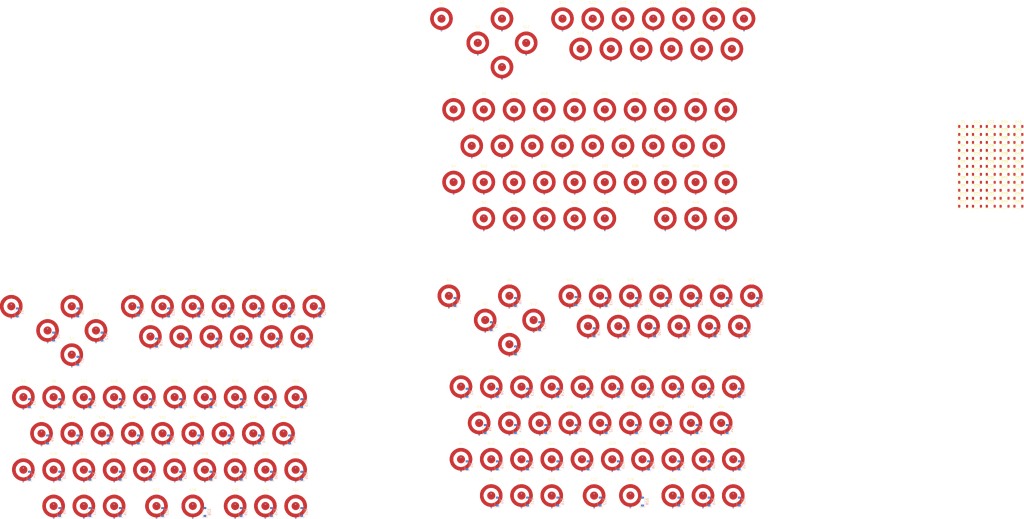
<source format=kicad_pcb>
(kicad_pcb (version 20241229) (generator "pcbnew") (generator_version "9.0")
  (layers (0 "F.Cu" signal) (2 "B.Cu" signal) (13 "F.Paste" user) (15 "B.Paste" user) (5 "F.SilkS" user "F.Silkscreen") (7 "B.SilkS" user "B.Silkscreen") (1 "F.Mask" user) (3 "B.Mask" user) (25 "Edge.Cuts" user))
  (net 0 "")
  (footprint "DomeSwitches:DomeSwitch_8mm_double_sided" (layer "F.Cu") (at 111.76 157.48)
    (property "Reference" "S30")
    (property "Value" "Keyswitch")
  )
  (footprint "DomeSwitches:DomeSwitch_8mm_double_sided" (layer "F.Cu") (at 131.51 112.26)
    (property "Reference" "S45")
    (property "Value" "Keyswitch")
  )
  (footprint "DomeSwitches:DomeSwitch_8mm_double_sided" (layer "F.Cu") (at 121.92 228.62)
    (property "Reference" "S39")
    (property "Value" "Keyswitch")
  )
  (footprint "DomeSwitches:DomeSwitch_8mm_double_sided" (layer "F.Cu") (at -97.36 161.86)
    (property "Reference" "S18")
    (property "Value" "Keyswitch")
  )
  (footprint "DomeSwitches:DomeSwitch_8mm_double_sided" (layer "F.Cu") (at 80.71 97.02)
    (property "Reference" "S27")
    (property "Value" "Keyswitch")
  )
  (footprint "DomeSwitches:DomeSwitch_8mm_double_sided" (layer "F.Cu") (at 104.14 198.16)
    (property "Reference" "S37")
    (property "Value" "Keyswitch")
  )
  (footprint "DomeSwitches:DomeSwitch_8mm_double_sided" (layer "F.Cu") (at -49.1 217.76)
    (property "Reference" "S50")
    (property "Value" "Keyswitch")
  )
  (footprint "Diode_SMD:D_SOD-123" (layer "F.Cu") (at 261.225 73.66)
    (property "Reference" "D34")
    (property "Value" "Diode")
  )
  (footprint "DomeSwitches:DomeSwitch_8mm_double_sided" (layer "F.Cu") (at -150.7 217.76)
    (property "Reference" "S4")
    (property "Value" "Keyswitch")
  )
  (footprint "DomeSwitches:DomeSwitch_8mm_double_sided" (layer "F.Cu") (at 45.72 228.62)
    (property "Reference" "S5")
    (property "Value" "Keyswitch")
  )
  (footprint "DomeSwitches:DomeSwitch_8mm_double_sided" (layer "F.Cu") (at 124.46 157.48)
    (property "Reference" "S35")
    (property "Value" "Keyswitch")
  )
  (footprint "DomeSwitches:DomeSwitch_8mm_double_sided" (layer "F.Cu") (at -130.38 202.54)
    (property "Reference" "S14")
    (property "Value" "Keyswitch")
  )
  (footprint "DomeSwitches:DomeSwitch_8mm_double_sided" (layer "F.Cu") (at 134.62 182.9)
    (property "Reference" "S48")
    (property "Value" "Keyswitch")
  )
  (footprint "DomeSwitches:DomeSwitch_8mm_double_sided" (layer "F.Cu") (at -54.18 149.16)
    (property "Reference" "S40")
    (property "Value" "Keyswitch")
  )
  (footprint "DomeSwitches:DomeSwitch_8mm_double_sided" (layer "F.Cu") (at -66.88 202.52)
    (property "Reference" "S43")
    (property "Value" "Keyswitch")
  )
  (footprint "Diode_SMD:D_SOD-123" (layer "F.Cu") (at 267.02 73.66)
    (property "Reference" "D45")
    (property "Value" "Diode")
  )
  (footprint "Diode_SMD:D_SOD-123" (layer "F.Cu") (at 267.02 100.46)
    (property "Reference" "D53")
    (property "Value" "Diode")
  )
  (footprint "DomeSwitches:DomeSwitch_8mm_double_sided" (layer "F.Cu") (at 75.63 28.42)
    (property "Reference" "S17")
    (property "Value" "Keyswitch")
  )
  (footprint "Diode_SMD:D_SOD-123" (layer "F.Cu") (at 267.02 103.81)
    (property "Reference" "D54")
    (property "Value" "Diode")
  )
  (footprint "DomeSwitches:DomeSwitch_8mm_double_sided" (layer "F.Cu") (at 80.71 112.28)
    (property "Reference" "S22")
    (property "Value" "Keyswitch")
  )
  (footprint "DomeSwitches:DomeSwitch_8mm_double_sided" (layer "F.Cu") (at 121.92 182.9)
    (property "Reference" "S42")
    (property "Value" "Keyswitch")
  )
  (footprint "Diode_SMD:D_SOD-123" (layer "F.Cu") (at 255.43 107.16)
    (property "Reference" "D33")
    (property "Value" "Diode")
  )
  (footprint "DomeSwitches:DomeSwitch_8mm_double_sided" (layer "F.Cu") (at 58.42 182.92)
    (property "Reference" "S13")
    (property "Value" "Keyswitch")
  )
  (footprint "DomeSwitches:DomeSwitch_8mm_double_sided" (layer "F.Cu") (at 149.86 157.48)
    (property "Reference" "S47")
    (property "Value" "Keyswitch")
  )
  (footprint "DomeSwitches:DomeSwitch_8mm_double_sided" (layer "F.Cu") (at -155.78 149.16)
    (property "Reference" "S1")
    (property "Value" "Keyswitch")
  )
  (footprint "Diode_SMD:D_SOD-123" (layer "F.Cu") (at 249.635 87.06)
    (property "Reference" "D16")
    (property "Value" "Diode")
  )
  (footprint "DomeSwitches:DomeSwitch_8mm_double_sided" (layer "F.Cu") (at 99.06 157.5)
    (property "Reference" "S24")
    (property "Value" "Keyswitch")
  )
  (footprint "DomeSwitches:DomeSwitch_8mm_double_sided" (layer "F.Cu") (at 86.36 157.48)
    (property "Reference" "S18")
    (property "Value" "Keyswitch")
  )
  (footprint "Diode_SMD:D_SOD-123" (layer "F.Cu") (at 267.02 87.06)
    (property "Reference" "D49")
    (property "Value" "Diode")
  )
  (footprint "DomeSwitches:DomeSwitch_8mm_double_sided" (layer "F.Cu") (at 37.53 81.8)
    (property "Reference" "S9")
    (property "Value" "Keyswitch")
  )
  (footprint "DomeSwitches:DomeSwitch_8mm_double_sided" (layer "F.Cu") (at 126.43 28.42)
    (property "Reference" "S40")
    (property "Value" "Keyswitch")
  )
  (footprint "DomeSwitches:DomeSwitch_8mm_double_sided" (layer "F.Cu") (at -130.38 149.16)
    (property "Reference" "S6")
    (property "Value" "Keyswitch")
  )
  (footprint "DomeSwitches:DomeSwitch_8mm_double_sided" (layer "F.Cu") (at -125.3 217.78)
    (property "Reference" "S15")
    (property "Value" "Keyswitch")
  )
  (footprint "Diode_SMD:D_SOD-123" (layer "F.Cu") (at 261.225 87.06)
    (property "Reference" "D38")
    (property "Value" "Diode")
  )
  (footprint "DomeSwitches:DomeSwitch_8mm_double_sided" (layer "F.Cu") (at 55.31 66.56)
    (property "Reference" "S13")
    (property "Value" "Keyswitch")
  )
  (footprint "DomeSwitches:DomeSwitch_8mm_double_sided" (layer "F.Cu") (at -140.54 159.32)
    (property "Reference" "S2")
    (property "Value" "Keyswitch")
  )
  (footprint "Diode_SMD:D_SOD-123" (layer "F.Cu") (at 261.225 100.46)
    (property "Reference" "D42")
    (property "Value" "Diode")
  )
  (footprint "DomeSwitches:DomeSwitch_8mm_double_sided" (layer "F.Cu") (at -138 233)
    (property "Reference" "S5")
    (property "Value" "Keyswitch")
  )
  (footprint "DomeSwitches:DomeSwitch_8mm_double_sided" (layer "F.Cu") (at -49.1 187.28)
    (property "Reference" "S48")
    (property "Value" "Keyswitch")
  )
  (footprint "DomeSwitches:DomeSwitch_8mm_double_sided" (layer "F.Cu") (at -49.1 233)
    (property "Reference" "S45")
    (property "Value" "Keyswitch")
  )
  (footprint "DomeSwitches:DomeSwitch_8mm_double_sided" (layer "F.Cu") (at -46.56 161.86)
    (property "Reference" "S41")
    (property "Value" "Keyswitch")
  )
  (footprint "DomeSwitches:DomeSwitch_8mm_double_sided" (layer "F.Cu") (at 113.73 81.78)
    (property "Reference" "S43")
    (property "Value" "Keyswitch")
  )
  (footprint "DomeSwitches:DomeSwitch_8mm_double_sided" (layer "F.Cu") (at 134.62 228.62)
    (property "Reference" "S45")
    (property "Value" "Keyswitch")
  )
  (footprint "Diode_SMD:D_SOD-123" (layer "F.Cu") (at 249.635 97.11)
    (property "Reference" "D19")
    (property "Value" "Diode")
  )
  (footprint "DomeSwitches:DomeSwitch_8mm_double_sided" (layer "F.Cu") (at 71.12 228.64)
    (property "Reference" "S16")
    (property "Value" "Keyswitch")
  )
  (footprint "Diode_SMD:D_SOD-123" (layer "F.Cu") (at 261.225 77.01)
    (property "Reference" "D35")
    (property "Value" "Diode")
  )
  (footprint "DomeSwitches:DomeSwitch_8mm_double_sided" (layer "F.Cu") (at 83.82 213.38)
    (property "Reference" "S27")
    (property "Value" "Keyswitch")
  )
  (footprint "DomeSwitches:DomeSwitch_8mm_double_sided" (layer "F.Cu") (at 96.52 213.4)
    (property "Reference" "S33")
    (property "Value" "Keyswitch")
  )
  (footprint "DomeSwitches:DomeSwitch_8mm_double_sided" (layer "F.Cu") (at 80.71 66.56)
    (property "Reference" "S25")
    (property "Value" "Keyswitch")
  )
  (footprint "Diode_SMD:D_SOD-123" (layer "F.Cu") (at 243.84 87.06)
    (property "Reference" "D5")
    (property "Value" "Diode")
  )
  (footprint "DomeSwitches:DomeSwitch_8mm_double_sided" (layer "F.Cu") (at -87.2 187.28)
    (property "Reference" "S31")
    (property "Value" "Keyswitch")
  )
  (footprint "Diode_SMD:D_SOD-123" (layer "F.Cu") (at 255.43 77.01)
    (property "Reference" "D24")
    (property "Value" "Diode")
  )
  (footprint "Diode_SMD:D_SOD-123" (layer "F.Cu") (at 243.84 100.46)
    (property "Reference" "D9")
    (property "Value" "Diode")
  )
  (footprint "DomeSwitches:DomeSwitch_8mm_double_sided" (layer "F.Cu") (at -130.38 169.48)
    (property "Reference" "S7")
    (property "Value" "Keyswitch")
  )
  (footprint "DomeSwitches:DomeSwitch_8mm_double_sided" (layer "F.Cu") (at 24.83 28.42)
    (property "Reference" "S1")
    (property "Value" "Keyswitch")
  )
  (footprint "Diode_SMD:D_SOD-123" (layer "F.Cu") (at 249.635 80.36)
    (property "Reference" "D14")
    (property "Value" "Diode")
  )
  (footprint "DomeSwitches:DomeSwitch_8mm_double_sided" (layer "F.Cu") (at 55.31 97.04)
    (property "Reference" "S15")
    (property "Value" "Keyswitch")
  )
  (footprint "DomeSwitches:DomeSwitch_8mm_double_sided" (layer "F.Cu") (at 33.02 182.9)
    (property "Reference" "S3")
    (property "Value" "Keyswitch")
  )
  (footprint "DomeSwitches:DomeSwitch_8mm_double_sided" (layer "F.Cu") (at 50.23 48.74)
    (property "Reference" "S7")
    (property "Value" "Keyswitch")
  )
  (footprint "DomeSwitches:DomeSwitch_8mm_double_sided" (layer "F.Cu") (at -112.6 233.02)
    (property "Reference" "S16")
    (property "Value" "Keyswitch")
  )
  (footprint "Diode_SMD:D_SOD-123" (layer "F.Cu") (at 243.84 93.76)
    (property "Reference" "D7")
    (property "Value" "Diode")
  )
  (footprint "DomeSwitches:DomeSwitch_8mm_double_sided" (layer "F.Cu") (at 75.63 81.78)
    (property "Reference" "S26")
    (property "Value" "Keyswitch")
  )
  (footprint "Diode_SMD:D_SOD-123" (layer "F.Cu") (at 261.225 90.41)
    (property "Reference" "D39")
    (property "Value" "Diode")
  )
  (footprint "Diode_SMD:D_SOD-123" (layer "F.Cu") (at 261.225 83.71)
    (property "Reference" "D37")
    (property "Value" "Diode")
  )
  (footprint "DomeSwitches:DomeSwitch_8mm_double_sided" (layer "F.Cu") (at 131.51 97.02)
    (property "Reference" "S50")
    (property "Value" "Keyswitch")
  )
  (footprint "Diode_SMD:D_SOD-123" (layer "F.Cu") (at 255.43 93.76)
    (property "Reference" "D29")
    (property "Value" "Diode")
  )
  (footprint "DomeSwitches:DomeSwitch_8mm_double_sided" (layer "F.Cu") (at 142.24 198.14)
    (property "Reference" "S54")
    (property "Value" "Keyswitch")
  )
  (footprint "DomeSwitches:DomeSwitch_8mm_double_sided" (layer "F.Cu") (at -66.88 149.16)
    (property "Reference" "S34")
    (property "Value" "Keyswitch")
  )
  (footprint "DomeSwitches:DomeSwitch_8mm_double_sided" (layer "F.Cu") (at 126.43 81.78)
    (property "Reference" "S49")
    (property "Value" "Keyswitch")
  )
  (footprint "DomeSwitches:DomeSwitch_8mm_double_sided" (layer "F.Cu") (at 78.74 198.14)
    (property "Reference" "S26")
    (property "Value" "Keyswitch")
  )
  (footprint "DomeSwitches:DomeSwitch_8mm_double_sided" (layer "F.Cu") (at 42.61 66.54)
    (property "Reference" "S8")
    (property "Value" "Keyswitch")
  )
  (footprint "DomeSwitches:DomeSwitch_8mm_double_sided" (layer "F.Cu") (at -87.2 217.78)
    (property "Reference" "S33")
    (property "Value" "Keyswitch")
  )
  (footprint "DomeSwitches:DomeSwitch_8mm_double_sided" (layer "F.Cu") (at -74.5 187.28)
    (property "Reference" "S36")
    (property "Value" "Keyswitch")
  )
  (footprint "Diode_SMD:D_SOD-123" (layer "F.Cu") (at 249.635 90.41)
    (property "Reference" "D17")
    (property "Value" "Diode")
  )
  (footprint "DomeSwitches:DomeSwitch_8mm_double_sided" (layer "F.Cu") (at 68.01 112.28)
    (property "Reference" "S16")
    (property "Value" "Keyswitch")
  )
  (footprint "Diode_SMD:D_SOD-123" (layer "F.Cu") (at 267.02 107.16)
    (property "Reference" "D55")
    (property "Value" "Diode")
  )
  (footprint "Diode_SMD:D_SOD-123" (layer "F.Cu") (at 255.43 73.66)
    (property "Reference" "D23")
    (property "Value" "Diode")
  )
  (footprint "DomeSwitches:DomeSwitch_8mm_double_sided" (layer "F.Cu") (at 68.01 66.56)
    (property "Reference" "S19")
    (property "Value" "Keyswitch")
  )
  (footprint "DomeSwitches:DomeSwitch_8mm_double_sided" (layer "F.Cu") (at -117.68 202.54)
    (property "Reference" "S20")
    (property "Value" "Keyswitch")
  )
  (footprint "DomeSwitches:DomeSwitch_8mm_double_sided" (layer "F.Cu") (at 129.54 144.78)
    (property "Reference" "S40")
    (property "Value" "Keyswitch")
  )
  (footprint "Diode_SMD:D_SOD-123" (layer "F.Cu") (at 261.225 93.76)
    (property "Reference" "D40")
    (property "Value" "Diode")
  )
  (footprint "DomeSwitches:DomeSwitch_8mm_double_sided" (layer "F.Cu") (at -92.28 202.52)
    (property "Reference" "S32")
    (property "Value" "Keyswitch")
  )
  (footprint "DomeSwitches:DomeSwitch_8mm_double_sided" (layer "F.Cu") (at -94.82 233.02)
    (property "Reference" "S22")
    (property "Value" "Keyswitch")
  )
  (footprint "DomeSwitches:DomeSwitch_8mm_double_sided" (layer "F.Cu") (at 139.13 81.78)
    (property "Reference" "S54")
    (property "Value" "Keyswitch")
  )
  (footprint "DomeSwitches:DomeSwitch_8mm_double_sided" (layer "F.Cu") (at -79.58 232.98)
    (property "Reference" "S28")
    (property "Value" "Keyswitch")
  )
  (footprint "DomeSwitches:DomeSwitch_8mm_double_sided" (layer "F.Cu") (at 33.02 213.38)
    (property "Reference" "S4")
    (property "Value" "Keyswitch")
  )
  (footprint "Diode_SMD:D_SOD-123" (layer "F.Cu") (at 261.225 80.36)
    (property "Reference" "D36")
    (property "Value" "Diode")
  )
  (footprint "DomeSwitches:DomeSwitch_8mm_double_sided" (layer "F.Cu") (at 93.41 112.26)
    (property "Reference" "S28")
    (property "Value" "Keyswitch")
  )
  (footprint "Diode_SMD:D_SOD-123" (layer "F.Cu") (at 267.02 93.76)
    (property "Reference" "D51")
    (property "Value" "Diode")
  )
  (footprint "DomeSwitches:DomeSwitch_8mm_double_sided" (layer "F.Cu") (at 29.91 97.02)
    (property "Reference" "S4")
    (property "Value" "Keyswitch")
  )
  (footprint "Diode_SMD:D_SOD-123" (layer "F.Cu") (at 267.02 97.11)
    (property "Reference" "D52")
    (property "Value" "Diode")
  )
  (footprint "Diode_SMD:D_SOD-123" (layer "F.Cu") (at 267.02 90.41)
    (property "Reference" "D50")
    (property "Value" "Diode")
  )
  (footprint "DomeSwitches:DomeSwitch_8mm_double_sided" (layer "F.Cu") (at 55.31 112.26)
    (property "Reference" "S11")
    (property "Value" "Keyswitch")
  )
  (footprint "DomeSwitches:DomeSwitch_8mm_double_sided" (layer "F.Cu") (at -150.7 187.28)
    (property "Reference" "S3")
    (property "Value" "Keyswitch")
  )
  (footprint "DomeSwitches:DomeSwitch_8mm_double_sided" (layer "F.Cu") (at -36.4 187.28)
    (property "Reference" "S53")
    (property "Value" "Keyswitch")
  )
  (footprint "DomeSwitches:DomeSwitch_8mm_double_sided" (layer "F.Cu") (at 42.61 112.26)
    (property "Reference" "S5")
    (property "Value" "Keyswitch")
  )
  (footprint "DomeSwitches:DomeSwitch_8mm_double_sided" (layer "F.Cu") (at 42.61 97.02)
    (property "Reference" "S10")
    (property "Value" "Keyswitch")
  )
  (footprint "Diode_SMD:D_SOD-123" (layer "F.Cu") (at 261.225 97.11)
    (property "Reference" "D41")
    (property "Value" "Diode")
  )
  (footprint "DomeSwitches:DomeSwitch_8mm_double_sided" (layer "F.Cu") (at -125.3 233)
    (property "Reference" "S11")
    (property "Value" "Keyswitch")
  )
  (footprint "DomeSwitches:DomeSwitch_8mm_double_sided" (layer "F.Cu") (at 95.95 41.14)
    (property "Reference" "S24")
    (property "Value" "Keyswitch")
  )
  (footprint "DomeSwitches:DomeSwitch_8mm_double_sided" (layer "F.Cu") (at -112.6 217.78)
    (property "Reference" "S21")
    (property "Value" "Keyswitch")
  )
  (footprint "DomeSwitches:DomeSwitch_8mm_double_sided" (layer "F.Cu") (at 151.83 28.42)
    (property "Reference" "S52")
    (property "Value" "Keyswitch")
  )
  (footprint "DomeSwitches:DomeSwitch_8mm_double_sided" (layer "F.Cu") (at 40.07 38.58)
    (property "Reference" "S2")
    (property "Value" "Keyswitch")
  )
  (footprint "DomeSwitches:DomeSwitch_8mm_double_sided" (layer "F.Cu") (at -104.98 149.16)
    (property "Reference" "S17")
    (property "Value" "Keyswitch")
  )
  (footprint "Diode_SMD:D_SOD-123" (layer "F.Cu") (at 243.84 90.41)
    (property "Reference" "D6")
    (property "Value" "Diode")
  )
  (footprint "DomeSwitches:DomeSwitch_8mm_double_sided" (layer "F.Cu") (at 144.21 112.28)
    (property "Reference" "S51")
    (property "Value" "Keyswitch")
  )
  (footprint "DomeSwitches:DomeSwitch_8mm_double_sided" (layer "F.Cu") (at 104.14 228.6)
    (property "Reference" "S28")
    (property "Value" "Keyswitch")
  )
  (footprint "Diode_SMD:D_SOD-123" (layer "F.Cu") (at 255.43 97.11)
    (property "Reference" "D30")
    (property "Value" "Diode")
  )
  (footprint "Diode_SMD:D_SOD-123" (layer "F.Cu") (at 255.43 80.36)
    (property "Reference" "D25")
    (property "Value" "Diode")
  )
  (footprint "DomeSwitches:DomeSwitch_8mm_double_sided" (layer "F.Cu") (at -71.96 161.86)
    (property "Reference" "S30")
    (property "Value" "Keyswitch")
  )
  (footprint "DomeSwitches:DomeSwitch_8mm_double_sided" (layer "F.Cu") (at 147.32 228.64)
    (property "Reference" "S51")
    (property "Value" "Keyswitch")
  )
  (footprint "DomeSwitches:DomeSwitch_8mm_double_sided" (layer "F.Cu") (at 108.65 41.12)
    (property "Reference" "S30")
    (property "Value" "Keyswitch")
  )
  (footprint "DomeSwitches:DomeSwitch_8mm_double_sided" (layer "F.Cu") (at -74.5 217.78)
    (property "Reference" "S38")
    (property "Value" "Keyswitch")
  )
  (footprint "DomeSwitches:DomeSwitch_8mm_double_sided" (layer "F.Cu") (at 71.12 213.4)
    (property "Reference" "S21")
    (property "Value" "Keyswitch")
  )
  (footprint "DomeSwitches:DomeSwitch_8mm_double_sided" (layer "F.Cu") (at -138 217.76)
    (property "Reference" "S10")
    (property "Value" "Keyswitch")
  )
  (footprint "DomeSwitches:DomeSwitch_8mm_double_sided" (layer "F.Cu") (at -41.48 149.16)
    (property "Reference" "S46")
    (property "Value" "Keyswitch")
  )
  (footprint "DomeSwitches:DomeSwitch_8mm_double_sided" (layer "F.Cu") (at 62.93 81.8)
    (property "Reference" "S20")
    (property "Value" "Keyswitch")
  )
  (footprint "DomeSwitches:DomeSwitch_8mm_double_sided" (layer "F.Cu") (at 53.34 165.1)
    (property "Reference" "S7")
    (property "Value" "Keyswitch")
  )
  (footprint "Diode_SMD:D_SOD-123" (layer "F.Cu") (at 249.635 83.71)
    (property "Reference" "D15")
    (property "Value" "Diode")
  )
  (footprint "DomeSwitches:DomeSwitch_8mm_double_sided" (layer "F.Cu") (at 27.94 144.78)
    (property "Reference" "S1")
    (property "Value" "Keyswitch")
  )
  (footprint "DomeSwitches:DomeSwitch_8mm_double_sided" (layer "F.Cu") (at 91.44 198.14)
    (property "Reference" "S32")
    (property "Value" "Keyswitch")
  )
  (footprint "DomeSwitches:DomeSwitch_8mm_double_sided" (layer "F.Cu") (at 116.84 144.78)
    (property "Reference" "S34")
    (property "Value" "Keyswitch")
  )
  (footprint "DomeSwitches:DomeSwitch_8mm_double_sided" (layer "F.Cu") (at 121.92 213.38)
    (property "Reference" "S44")
    (property "Value" "Keyswitch")
  )
  (footprint "Diode_SMD:D_SOD-123" (layer "F.Cu") (at 249.635 103.81)
    (property "Reference" "D21")
    (property "Value" "Diode")
  )
  (footprint "DomeSwitches:DomeSwitch_8mm_double_sided" (layer "F.Cu") (at -84.66 161.88)
    (property "Reference" "S24")
    (property "Value" "Keyswitch")
  )
  (footprint "Diode_SMD:D_SOD-123" (layer "F.Cu") (at 267.02 77.01)
    (property "Reference" "D46")
    (property "Value" "Diode")
  )
  (footprint "Diode_SMD:D_SOD-123" (layer "F.Cu") (at 255.43 100.46)
    (property "Reference" "D31")
    (property "Value" "Diode")
  )
  (footprint "DomeSwitches:DomeSwitch_8mm_double_sided" (layer "F.Cu") (at 93.41 66.54)
    (property "Reference" "S31")
    (property "Value" "Keyswitch")
  )
  (footprint "DomeSwitches:DomeSwitch_8mm_double_sided" (layer "F.Cu") (at 88.33 28.44)
    (property "Reference" "S23")
    (property "Value" "Keyswitch")
  )
  (footprint "DomeSwitches:DomeSwitch_8mm_double_sided" (layer "F.Cu") (at -99.9 187.3)
    (property "Reference" "S25")
    (property "Value" "Keyswitch")
  )
  (footprint "DomeSwitches:DomeSwitch_8mm_double_sided" (layer "F.Cu") (at 106.11 97.04)
    (property "Reference" "S38")
    (property "Value" "Keyswitch")
  )
  (footprint "DomeSwitches:DomeSwitch_8mm_double_sided" (layer "F.Cu") (at -28.78 149.16)
    (property "Reference" "S52")
    (property "Value" "Keyswitch")
  )
  (footprint "DomeSwitches:DomeSwitch_8mm_double_sided" (layer "F.Cu") (at -36.4 233.02)
    (property "Reference" "S51")
    (property "Value" "Keyswitch")
  )
  (footprint "DomeSwitches:DomeSwitch_8mm_double_sided" (layer "F.Cu") (at 88.33 81.78)
    (property "Reference" "S32")
    (property "Value" "Keyswitch")
  )
  (footprint "DomeSwitches:DomeSwitch_8mm_double_sided" (layer "F.Cu") (at 154.94 144.78)
    (property "Reference" "S52")
    (property "Value" "Keyswitch")
  )
  (footprint "Diode_SMD:D_SOD-123" (layer "F.Cu") (at 243.84 107.16)
    (property "Reference" "D11")
    (property "Value" "Diode")
  )
  (footprint "DomeSwitches:DomeSwitch_8mm_double_sided" (layer "F.Cu") (at 134.05 41.12)
    (property "Reference" "S41")
    (property "Value" "Keyswitch")
  )
  (footprint "DomeSwitches:DomeSwitch_8mm_double_sided" (layer "F.Cu") (at 147.32 213.38)
    (property "Reference" "S55")
    (property "Value" "Keyswitch")
  )
  (footprint "DomeSwitches:DomeSwitch_8mm_double_sided" (layer "F.Cu") (at -59.26 161.86)
    (property "Reference" "S35")
    (property "Value" "Keyswitch")
  )
  (footprint "DomeSwitches:DomeSwitch_8mm_double_sided" (layer "F.Cu") (at 106.11 66.54)
    (property "Reference" "S36")
    (property "Value" "Keyswitch")
  )
  (footprint "DomeSwitches:DomeSwitch_8mm_double_sided" (layer "F.Cu") (at 63.5 154.94)
    (property "Reference" "S12")
    (property "Value" "Keyswitch")
  )
  (footprint "DomeSwitches:DomeSwitch_8mm_double_sided" (layer "F.Cu") (at 144.21 97.02)
    (property "Reference" "S55")
    (property "Value" "Keyswitch")
  )
  (footprint "Diode_SMD:D_SOD-123" (layer "F.Cu") (at 243.84 83.71)
    (property "Reference" "D4")
    (property "Value" "Diode")
  )
  (footprint "Diode_SMD:D_SOD-123" (layer "F.Cu") (at 267.02 80.36)
    (property "Reference" "D47")
    (property "Value" "Diode")
  )
  (footprint "DomeSwitches:DomeSwitch_8mm_double_sided" (layer "F.Cu") (at -99.9 217.76)
    (property "Reference" "S27")
    (property "Value" "Keyswitch")
  )
  (footprint "DomeSwitches:DomeSwitch_8mm_double_sided" (layer "F.Cu") (at -61.8 217.76)
    (property "Reference" "S44")
    (property "Value" "Keyswitch")
  )
  (footprint "Diode_SMD:D_SOD-123" (layer "F.Cu") (at 261.225 103.81)
    (property "Reference" "D43")
    (property "Value" "Diode")
  )
  (footprint "DomeSwitches:DomeSwitch_8mm_double_sided" (layer "F.Cu") (at 88.9 228.64)
    (property "Reference" "S22")
    (property "Value" "Keyswitch")
  )
  (footprint "DomeSwitches:DomeSwitch_8mm_double_sided" (layer "F.Cu") (at 118.81 66.54)
    (property "Reference" "S42")
    (property "Value" "Keyswitch")
  )
  (footprint "DomeSwitches:DomeSwitch_8mm_double_sided" (layer "F.Cu") (at 118.81 112.26)
    (property "Reference" "S39")
    (property "Value" "Keyswitch")
  )
  (footprint "DomeSwitches:DomeSwitch_8mm_double_sided" (layer "F.Cu") (at 116.84 198.14)
    (property "Reference" "S43")
    (property "Value" "Keyswitch")
  )
  (footprint "DomeSwitches:DomeSwitch_8mm_double_sided" (layer "F.Cu") (at 45.72 213.38)
    (property "Reference" "S10")
    (property "Value" "Keyswitch")
  )
  (footprint "Diode_SMD:D_SOD-123" (layer "F.Cu") (at 243.84 73.66)
    (property "Reference" "D1")
    (property "Value" "Diode")
  )
  (footprint "DomeSwitches:DomeSwitch_8mm_double_sided" (layer "F.Cu") (at 113.73 28.42)
    (property "Reference" "S34")
    (property "Value" "Keyswitch")
  )
  (footprint "DomeSwitches:DomeSwitch_8mm_double_sided" (layer "F.Cu") (at -33.86 161.86)
    (property "Reference" "S47")
    (property "Value" "Keyswitch")
  )
  (footprint "DomeSwitches:DomeSwitch_8mm_double_sided" (layer "F.Cu") (at 147.32 182.9)
    (property "Reference" "S53")
    (property "Value" "Keyswitch")
  )
  (footprint "DomeSwitches:DomeSwitch_8mm_double_sided" (layer "F.Cu") (at 96.52 182.9)
    (property "Reference" "S31")
    (property "Value" "Keyswitch")
  )
  (footprint "DomeSwitches:DomeSwitch_8mm_double_sided" (layer "F.Cu") (at -120.22 159.32)
    (property "Reference" "S12")
    (property "Value" "Keyswitch")
  )
  (footprint "DomeSwitches:DomeSwitch_8mm_double_sided" (layer "F.Cu") (at 139.13 28.42)
    (property "Reference" "S46")
    (property "Value" "Keyswitch")
  )
  (footprint "DomeSwitches:DomeSwitch_8mm_double_sided" (layer "F.Cu") (at 78.74 144.78)
    (property "Reference" "S17")
    (property "Value" "Keyswitch")
  )
  (footprint "DomeSwitches:DomeSwitch_8mm_double_sided" (layer "F.Cu") (at 40.64 198.16)
    (property "Reference" "S9")
    (property "Value" "Keyswitch")
  )
  (footprint "Diode_SMD:D_SOD-123" (layer "F.Cu") (at 243.84 103.81)
    (property "Reference" "D10")
    (property "Value" "Diode")
  )
  (footprint "Diode_SMD:D_SOD-123" (layer "F.Cu") (at 261.225 107.16)
    (property "Reference" "D44")
    (property "Value" "Diode")
  )
  (footprint "DomeSwitches:DomeSwitch_8mm_double_sided" (layer "F.Cu") (at 93.41 97.04)
    (property "Reference" "S33")
    (property "Value" "Keyswitch")
  )
  (footprint "Diode_SMD:D_SOD-123" (layer "F.Cu") (at 243.84 77.01)
    (property "Reference" "D2")
    (property "Value" "Diode")
  )
  (footprint "DomeSwitches:DomeSwitch_8mm_double_sided" (layer "F.Cu") (at 68.01 97.04)
    (property "Reference" "S21")
    (property "Value" "Keyswitch")
  )
  (footprint "DomeSwitches:DomeSwitch_8mm_double_sided" (layer "F.Cu") (at 50.23 81.8)
    (property "Reference" "S14")
    (property "Value" "Keyswitch")
  )
  (footprint "DomeSwitches:DomeSwitch_8mm_double_sided" (layer "F.Cu") (at -36.4 217.76)
    (property "Reference" "S55")
    (property "Value" "Keyswitch")
  )
  (footprint "DomeSwitches:DomeSwitch_8mm_double_sided" (layer "F.Cu") (at -92.28 149.18)
    (property "Reference" "S23")
    (property "Value" "Keyswitch")
  )
  (footprint "DomeSwitches:DomeSwitch_8mm_double_sided" (layer "F.Cu") (at -112.6 187.3)
    (property "Reference" "S19")
    (property "Value" "Keyswitch")
  )
  (footprint "DomeSwitches:DomeSwitch_8mm_double_sided" (layer "F.Cu") (at -143.08 202.54)
    (property "Reference" "S9")
    (property "Value" "Keyswitch")
  )
  (footprint "DomeSwitches:DomeSwitch_8mm_double_sided" (layer "F.Cu") (at -138 187.28)
    (property "Reference" "S8")
    (property "Value" "Keyswitch")
  )
  (footprint "DomeSwitches:DomeSwitch_8mm_double_sided" (layer "F.Cu") (at -61.8 187.28)
    (property "Reference" "S42")
    (property "Value" "Keyswitch")
  )
  (footprint "DomeSwitches:DomeSwitch_8mm_double_sided" (layer "F.Cu") (at 101.03 28.42)
    (property "Reference" "S29")
    (property "Value" "Keyswitch")
  )
  (footprint "DomeSwitches:DomeSwitch_8mm_double_sided" (layer "F.Cu") (at 131.51 66.54)
    (property "Reference" "S48")
    (property "Value" "Keyswitch")
  )
  (footprint "DomeSwitches:DomeSwitch_8mm_double_sided" (layer "F.Cu") (at 58.42 228.62)
    (property "Reference" "S11")
    (property "Value" "Keyswitch")
  )
  (footprint "Diode_SMD:D_SOD-123" (layer "F.Cu") (at 255.43 90.41)
    (property "Reference" "D28")
    (property "Value" "Diode")
  )
  (footprint "DomeSwitches:DomeSwitch_8mm_double_sided" (layer "F.Cu") (at 66.04 198.16)
    (property "Reference" "S20")
    (property "Value" "Keyswitch")
  )
  (footprint "Diode_SMD:D_SOD-123" (layer "F.Cu") (at 243.84 80.36)
    (property "Reference" "D3")
    (property "Value" "Diode")
  )
  (footprint "DomeSwitches:DomeSwitch_8mm_double_sided" (layer "F.Cu") (at 60.39 38.58)
    (property "Reference" "S12")
    (property "Value" "Keyswitch")
  )
  (footprint "Diode_SMD:D_SOD-123" (layer "F.Cu") (at 255.43 87.06)
    (property "Reference" "D27")
    (property "Value" "Diode")
  )
  (footprint "DomeSwitches:DomeSwitch_8mm_double_sided" (layer "F.Cu") (at 104.14 144.78)
    (property "Reference" "S29")
    (property "Value" "Keyswitch")
  )
  (footprint "DomeSwitches:DomeSwitch_8mm_double_sided" (layer "F.Cu") (at 91.44 144.8)
    (property "Reference" "S23")
    (property "Value" "Keyswitch")
  )
  (footprint "DomeSwitches:DomeSwitch_8mm_double_sided" (layer "F.Cu") (at -54.18 202.52)
    (property "Reference" "S49")
    (property "Value" "Keyswitch")
  )
  (footprint "DomeSwitches:DomeSwitch_8mm_double_sided" (layer "F.Cu") (at 142.24 144.78)
    (property "Reference" "S46")
    (property "Value" "Keyswitch")
  )
  (footprint "DomeSwitches:DomeSwitch_8mm_double_sided" (layer "F.Cu") (at 101.03 81.8)
    (property "Reference" "S37")
    (property "Value" "Keyswitch")
  )
  (footprint "DomeSwitches:DomeSwitch_8mm_double_sided" (layer "F.Cu") (at 50.23 28.42)
    (property "Reference" "S6")
    (property "Value" "Keyswitch")
  )
  (footprint "DomeSwitches:DomeSwitch_8mm_double_sided" (layer "F.Cu") (at 121.35 41.12)
    (property "Reference" "S35")
    (property "Value" "Keyswitch")
  )
  (footprint "DomeSwitches:DomeSwitch_8mm_double_sided" (layer "F.Cu") (at 53.34 198.16)
    (property "Reference" "S14")
    (property "Value" "Keyswitch")
  )
  (footprint "DomeSwitches:DomeSwitch_8mm_double_sided" (layer "F.Cu") (at -79.58 149.16)
    (property "Reference" "S29")
    (property "Value" "Keyswitch")
  )
  (footprint "DomeSwitches:DomeSwitch_8mm_double_sided" (layer "F.Cu") (at 45.72 182.9)
    (property "Reference" "S8")
    (property "Value" "Keyswitch")
  )
  (footprint "DomeSwitches:DomeSwitch_8mm_double_sided" (layer "F.Cu") (at 71.12 182.92)
    (property "Reference" "S19")
    (property "Value" "Keyswitch")
  )
  (footprint "Diode_SMD:D_SOD-123" (layer "F.Cu") (at 255.43 83.71)
    (property "Reference" "D26")
    (property "Value" "Diode")
  )
  (footprint "DomeSwitches:DomeSwitch_8mm_double_sided" (layer "F.Cu") (at 29.91 66.54)
    (property "Reference" "S3")
    (property "Value" "Keyswitch")
  )
  (footprint "Diode_SMD:D_SOD-123" (layer "F.Cu") (at 249.635 100.46)
    (property "Reference" "D20")
    (property "Value" "Diode")
  )
  (footprint "DomeSwitches:DomeSwitch_8mm_double_sided" (layer "F.Cu") (at 134.62 213.38)
    (property "Reference" "S50")
    (property "Value" "Keyswitch")
  )
  (footprint "DomeSwitches:DomeSwitch_8mm_double_sided" (layer "F.Cu") (at -104.98 202.52)
    (property "Reference" "S26")
    (property "Value" "Keyswitch")
  )
  (footprint "DomeSwitches:DomeSwitch_8mm_double_sided" (layer "F.Cu") (at 109.22 213.4)
    (property "Reference" "S38")
    (property "Value" "Keyswitch")
  )
  (footprint "Diode_SMD:D_SOD-123" (layer "F.Cu") (at 249.635 73.66)
    (property "Reference" "D12")
    (property "Value" "Diode")
  )
  (footprint "DomeSwitches:DomeSwitch_8mm_double_sided" (layer "F.Cu") (at 137.16 157.48)
    (property "Reference" "S41")
    (property "Value" "Keyswitch")
  )
  (footprint "Diode_SMD:D_SOD-123" (layer "F.Cu") (at 249.635 107.16)
    (property "Reference" "D22")
    (property "Value" "Diode")
  )
  (footprint "DomeSwitches:DomeSwitch_8mm_double_sided" (layer "F.Cu") (at 129.54 198.14)
    (property "Reference" "S49")
    (property "Value" "Keyswitch")
  )
  (footprint "DomeSwitches:DomeSwitch_8mm_double_sided" (layer "F.Cu") (at 83.82 182.92)
    (property "Reference" "S25")
    (property "Value" "Keyswitch")
  )
  (footprint "Diode_SMD:D_SOD-123" (layer "F.Cu") (at 267.02 83.71)
    (property "Reference" "D48")
    (property "Value" "Diode")
  )
  (footprint "DomeSwitches:DomeSwitch_8mm_double_sided" (layer "F.Cu") (at 144.21 66.54)
    (property "Reference" "S53")
    (property "Value" "Keyswitch")
  )
  (footprint "DomeSwitches:DomeSwitch_8mm_double_sided" (layer "F.Cu") (at 146.75 41.12)
    (property "Reference" "S47")
    (property "Value" "Keyswitch")
  )
  (footprint "DomeSwitches:DomeSwitch_8mm_double_sided" (layer "F.Cu") (at 53.34 144.78)
    (property "Reference" "S6")
    (property "Value" "Keyswitch")
  )
  (footprint "DomeSwitches:DomeSwitch_8mm_double_sided" (layer "F.Cu") (at 118.81 97.02)
    (property "Reference" "S44")
    (property "Value" "Keyswitch")
  )
  (footprint "Diode_SMD:D_SOD-123" (layer "F.Cu") (at 249.635 77.01)
    (property "Reference" "D13")
    (property "Value" "Diode")
  )
  (footprint "DomeSwitches:DomeSwitch_8mm_double_sided" (layer "F.Cu") (at -79.58 202.54)
    (property "Reference" "S37")
    (property "Value" "Keyswitch")
  )
  (footprint "Diode_SMD:D_SOD-123" (layer "F.Cu") (at 243.84 97.11)
    (property "Reference" "D8")
    (property "Value" "Diode")
  )
  (footprint "DomeSwitches:DomeSwitch_8mm_double_sided" (layer "F.Cu") (at 58.42 213.4)
    (property "Reference" "S15")
    (property "Value" "Keyswitch")
  )
  (footprint "DomeSwitches:DomeSwitch_8mm_double_sided" (layer "F.Cu") (at -125.3 187.3)
    (property "Reference" "S13")
    (property "Value" "Keyswitch")
  )
  (footprint "DomeSwitches:DomeSwitch_8mm_double_sided" (layer "F.Cu") (at 83.25 41.12)
    (property "Reference" "S18")
    (property "Value" "Keyswitch")
  )
  (footprint "DomeSwitches:DomeSwitch_8mm_double_sided" (layer "F.Cu") (at -41.48 202.52)
    (property "Reference" "S54")
    (property "Value" "Keyswitch")
  )
  (footprint "Diode_SMD:D_SOD-123" (layer "F.Cu") (at 249.635 93.76)
    (property "Reference" "D18")
    (property "Value" "Diode")
  )
  (footprint "DomeSwitches:DomeSwitch_8mm_double_sided" (layer "F.Cu") (at -61.8 233)
    (property "Reference" "S39")
    (property "Value" "Keyswitch")
  )
  (footprint "DomeSwitches:DomeSwitch_8mm_double_sided" (layer "F.Cu") (at 109.22 182.9)
    (property "Reference" "S36")
    (property "Value" "Keyswitch")
  )
  (footprint "Diode_SMD:D_SOD-123" (layer "F.Cu") (at 255.43 103.81)
    (property "Reference" "D32")
    (property "Value" "Diode")
  )
  (footprint "DomeSwitches:DomeSwitch_8mm_double_sided" (layer "F.Cu") (at 43.18 154.94)
    (property "Reference" "S2")
    (property "Value" "Keyswitch")
  )
  (footprint "Diode_SMD:D_SOD-123" (layer "B.Cu") (at -46.56 235.52 90)
    (property "Reference" "D45")
    (property "Value" "Diode")
  )
  (footprint "Diode_SMD:D_SOD-123" (layer "B.Cu") (at -127.84 172.02 90)
    (property "Reference" "D7")
    (property "Value" "Diode")
  )
  (footprint "Diode_SMD:D_SOD-123" (layer "B.Cu") (at 68.58 200.66 90)
    (property "Reference" "D20")
    (property "Value" "Diode")
  )
  (footprint "Diode_SMD:D_SOD-123" (layer "B.Cu") (at -71.96 189.8 90)
    (property "Reference" "D36")
    (property "Value" "Diode")
  )
  (footprint "Diode_SMD:D_SOD-123" (layer "B.Cu") (at 106.68 147.32 90)
    (property "Reference" "D29")
    (property "Value" "Diode")
  )
  (footprint "Diode_SMD:D_SOD-123" (layer "B.Cu") (at 86.36 215.9 90)
    (property "Reference" "D27")
    (property "Value" "Diode")
  )
  (footprint "Diode_SMD:D_SOD-123" (layer "B.Cu") (at 124.46 215.9 90)
    (property "Reference" "D44")
    (property "Value" "Diode")
  )
  (footprint "Diode_SMD:D_SOD-123" (layer "B.Cu") (at 111.76 215.9 90)
    (property "Reference" "D38")
    (property "Value" "Diode")
  )
  (footprint "Diode_SMD:D_SOD-123" (layer "B.Cu") (at 119.38 147.32 90)
    (property "Reference" "D34")
    (property "Value" "Diode")
  )
  (footprint "Diode_SMD:D_SOD-123" (layer "B.Cu") (at -38.94 151.7 90)
    (property "Reference" "D46")
    (property "Value" "Diode")
  )
  (footprint "Diode_SMD:D_SOD-123" (layer "B.Cu") (at -110.06 220.28 90)
    (property "Reference" "D21")
    (property "Value" "Diode")
  )
  (footprint "Diode_SMD:D_SOD-123" (layer "B.Cu") (at 91.44 231.14 90)
    (property "Reference" "D22")
    (property "Value" "Diode")
  )
  (footprint "Diode_SMD:D_SOD-123" (layer "B.Cu") (at 66.04 157.48 90)
    (property "Reference" "D12")
    (property "Value" "Diode")
  )
  (footprint "Diode_SMD:D_SOD-123" (layer "B.Cu") (at 60.96 231.14 90)
    (property "Reference" "D11")
    (property "Value" "Diode")
  )
  (footprint "Diode_SMD:D_SOD-123" (layer "B.Cu") (at -64.34 205.04 90)
    (property "Reference" "D43")
    (property "Value" "Diode")
  )
  (footprint "Diode_SMD:D_SOD-123" (layer "B.Cu") (at -33.86 189.8 90)
    (property "Reference" "D53")
    (property "Value" "Diode")
  )
  (footprint "Diode_SMD:D_SOD-123" (layer "B.Cu") (at -102.44 205.04 90)
    (property "Reference" "D26")
    (property "Value" "Diode")
  )
  (footprint "Diode_SMD:D_SOD-123" (layer "B.Cu") (at -97.36 220.28 90)
    (property "Reference" "D27")
    (property "Value" "Diode")
  )
  (footprint "Diode_SMD:D_SOD-123" (layer "B.Cu") (at -140.54 205.04 90)
    (property "Reference" "D9")
    (property "Value" "Diode")
  )
  (footprint "Diode_SMD:D_SOD-123" (layer "B.Cu") (at 93.98 200.66 90)
    (property "Reference" "D32")
    (property "Value" "Diode")
  )
  (footprint "Diode_SMD:D_SOD-123" (layer "B.Cu") (at 137.16 215.9 90)
    (property "Reference" "D50")
    (property "Value" "Diode")
  )
  (footprint "Diode_SMD:D_SOD-123" (layer "B.Cu") (at 73.66 231.14 90)
    (property "Reference" "D16")
    (property "Value" "Diode")
  )
  (footprint "Diode_SMD:D_SOD-123" (layer "B.Cu") (at -117.68 161.86 90)
    (property "Reference" "D12")
    (property "Value" "Diode")
  )
  (footprint "Diode_SMD:D_SOD-123" (layer "B.Cu") (at -51.64 151.7 90)
    (property "Reference" "D40")
    (property "Value" "Diode")
  )
  (footprint "Diode_SMD:D_SOD-123" (layer "B.Cu") (at 157.48 147.32 90)
    (property "Reference" "D52")
    (property "Value" "Diode")
  )
  (footprint "Diode_SMD:D_SOD-123" (layer "B.Cu") (at 81.28 200.66 90)
    (property "Reference" "D26")
    (property "Value" "Diode")
  )
  (footprint "Diode_SMD:D_SOD-123" (layer "B.Cu") (at -59.26 189.8 90)
    (property "Reference" "D42")
    (property "Value" "Diode")
  )
  (footprint "Diode_SMD:D_SOD-123" (layer "B.Cu") (at 48.26 215.9 90)
    (property "Reference" "D10")
    (property "Value" "Diode")
  )
  (footprint "Diode_SMD:D_SOD-123" (layer "B.Cu") (at 45.72 157.48 90)
    (property "Reference" "D2")
    (property "Value" "Diode")
  )
  (footprint "Diode_SMD:D_SOD-123" (layer "B.Cu") (at -77.04 151.7 90)
    (property "Reference" "D29")
    (property "Value" "Diode")
  )
  (footprint "Diode_SMD:D_SOD-123" (layer "B.Cu") (at 60.96 215.9 90)
    (property "Reference" "D15")
    (property "Value" "Diode")
  )
  (footprint "Diode_SMD:D_SOD-123" (layer "B.Cu") (at -122.76 220.28 90)
    (property "Reference" "D15")
    (property "Value" "Diode")
  )
  (footprint "Diode_SMD:D_SOD-123" (layer "B.Cu") (at 99.06 185.42 90)
    (property "Reference" "D31")
    (property "Value" "Diode")
  )
  (footprint "Diode_SMD:D_SOD-123" (layer "B.Cu") (at -33.86 235.52 90)
    (property "Reference" "D51")
    (property "Value" "Diode")
  )
  (footprint "Diode_SMD:D_SOD-123" (layer "B.Cu") (at 101.6 160.02 90)
    (property "Reference" "D24")
    (property "Value" "Diode")
  )
  (footprint "Diode_SMD:D_SOD-123" (layer "B.Cu") (at -74.5 235.52 90)
    (property "Reference" "D28")
    (property "Value" "Diode")
  )
  (footprint "Diode_SMD:D_SOD-123" (layer "B.Cu") (at -82.12 164.4 90)
    (property "Reference" "D24")
    (property "Value" "Diode")
  )
  (footprint "Diode_SMD:D_SOD-123" (layer "B.Cu") (at -64.34 151.7 90)
    (property "Reference" "D34")
    (property "Value" "Diode")
  )
  (footprint "Diode_SMD:D_SOD-123" (layer "B.Cu") (at 137.16 185.42 90)
    (property "Reference" "D48")
    (property "Value" "Diode")
  )
  (footprint "Diode_SMD:D_SOD-123" (layer "B.Cu") (at -148.16 189.8 90)
    (property "Reference" "D3")
    (property "Value" "Diode")
  )
  (footprint "Diode_SMD:D_SOD-123" (layer "B.Cu") (at 55.88 200.66 90)
    (property "Reference" "D14")
    (property "Value" "Diode")
  )
  (footprint "Diode_SMD:D_SOD-123" (layer "B.Cu") (at 55.88 147.32 90)
    (property "Reference" "D6")
    (property "Value" "Diode")
  )
  (footprint "Diode_SMD:D_SOD-123" (layer "B.Cu") (at -84.66 189.8 90)
    (property "Reference" "D31")
    (property "Value" "Diode")
  )
  (footprint "Diode_SMD:D_SOD-123" (layer "B.Cu") (at -138 161.86 90)
    (property "Reference" "D2")
    (property "Value" "Diode")
  )
  (footprint "Diode_SMD:D_SOD-123" (layer "B.Cu") (at -44.02 164.4 90)
    (property "Reference" "D41")
    (property "Value" "Diode")
  )
  (footprint "Diode_SMD:D_SOD-123" (layer "B.Cu") (at 139.7 160.02 90)
    (property "Reference" "D41")
    (property "Value" "Diode")
  )
  (footprint "Diode_SMD:D_SOD-123" (layer "B.Cu") (at 48.26 231.14 90)
    (property "Reference" "D5")
    (property "Value" "Diode")
  )
  (footprint "Diode_SMD:D_SOD-123" (layer "B.Cu") (at -115.14 205.04 90)
    (property "Reference" "D20")
    (property "Value" "Diode")
  )
  (footprint "Diode_SMD:D_SOD-123" (layer "B.Cu") (at 152.4 160.02 90)
    (property "Reference" "D47")
    (property "Value" "Diode")
  )
  (footprint "Diode_SMD:D_SOD-123" (layer "B.Cu") (at 86.36 185.42 90)
    (property "Reference" "D25")
    (property "Value" "Diode")
  )
  (footprint "Diode_SMD:D_SOD-123" (layer "B.Cu") (at -77.04 205.04 90)
    (property "Reference" "D37")
    (property "Value" "Diode")
  )
  (footprint "Diode_SMD:D_SOD-123" (layer "B.Cu") (at 132.08 147.32 90)
    (property "Reference" "D40")
    (property "Value" "Diode")
  )
  (footprint "Diode_SMD:D_SOD-123" (layer "B.Cu") (at 109.22 231.14 90)
    (property "Reference" "D28")
    (property "Value" "Diode")
  )
  (footprint "Diode_SMD:D_SOD-123" (layer "B.Cu") (at -127.84 205.04 90)
    (property "Reference" "D14")
    (property "Value" "Diode")
  )
  (footprint "Diode_SMD:D_SOD-123" (layer "B.Cu") (at 93.98 147.32 90)
    (property "Reference" "D23")
    (property "Value" "Diode")
  )
  (footprint "Diode_SMD:D_SOD-123" (layer "B.Cu") (at -84.66 220.28 90)
    (property "Reference" "D33")
    (property "Value" "Diode")
  )
  (footprint "Diode_SMD:D_SOD-123" (layer "B.Cu") (at 35.56 215.9 90)
    (property "Reference" "D4")
    (property "Value" "Diode")
  )
  (footprint "Diode_SMD:D_SOD-123" (layer "B.Cu") (at 55.88 167.64 90)
    (property "Reference" "D7")
    (property "Value" "Diode")
  )
  (footprint "Diode_SMD:D_SOD-123" (layer "B.Cu") (at -102.44 151.32 90)
    (property "Reference" "D17")
    (property "Value" "Diode")
  )
  (footprint "Diode_SMD:D_SOD-123" (layer "B.Cu") (at 149.86 185.42 90)
    (property "Reference" "D53")
    (property "Value" "Diode")
  )
  (footprint "Diode_SMD:D_SOD-123" (layer "B.Cu") (at 99.06 215.9 90)
    (property "Reference" "D33")
    (property "Value" "Diode")
  )
  (footprint "Diode_SMD:D_SOD-123" (layer "B.Cu") (at -59.26 220.28 90)
    (property "Reference" "D44")
    (property "Value" "Diode")
  )
  (footprint "Diode_SMD:D_SOD-123" (layer "B.Cu") (at 127 160.02 90)
    (property "Reference" "D35")
    (property "Value" "Diode")
  )
  (footprint "Diode_SMD:D_SOD-123" (layer "B.Cu") (at 81.28 146.94 90)
    (property "Reference" "D17")
    (property "Value" "Diode")
  )
  (footprint "Diode_SMD:D_SOD-123" (layer "B.Cu") (at -135.46 220.28 90)
    (property "Reference" "D10")
    (property "Value" "Diode")
  )
  (footprint "Diode_SMD:D_SOD-123" (layer "B.Cu") (at -26.24 151.7 90)
    (property "Reference" "D52")
    (property "Value" "Diode")
  )
  (footprint "Diode_SMD:D_SOD-123" (layer "B.Cu") (at 106.68 200.66 90)
    (property "Reference" "D37")
    (property "Value" "Diode")
  )
  (footprint "Diode_SMD:D_SOD-123" (layer "B.Cu") (at 73.66 185.42 90)
    (property "Reference" "D19")
    (property "Value" "Diode")
  )
  (footprint "Diode_SMD:D_SOD-123" (layer "B.Cu") (at -46.56 189.8 90)
    (property "Reference" "D48")
    (property "Value" "Diode")
  )
  (footprint "Diode_SMD:D_SOD-123" (layer "B.Cu") (at -89.74 151.7 90)
    (property "Reference" "D23")
    (property "Value" "Diode")
  )
  (footprint "Diode_SMD:D_SOD-123" (layer "B.Cu") (at 144.78 200.66 90)
    (property "Reference" "D54")
    (property "Value" "Diode")
  )
  (footprint "Diode_SMD:D_SOD-123" (layer "B.Cu") (at -31.32 164.4 90)
    (property "Reference" "D47")
    (property "Value" "Diode")
  )
  (footprint "Diode_SMD:D_SOD-123" (layer "B.Cu") (at -89.74 205.04 90)
    (property "Reference" "D32")
    (property "Value" "Diode")
  )
  (footprint "Diode_SMD:D_SOD-123" (layer "B.Cu") (at 124.46 231.14 90)
    (property "Reference" "D39")
    (property "Value" "Diode")
  )
  (footprint "Diode_SMD:D_SOD-123" (layer "B.Cu") (at -94.82 164.4 90)
    (property "Reference" "D18")
    (property "Value" "Diode")
  )
  (footprint "Diode_SMD:D_SOD-123" (layer "B.Cu") (at 43.18 200.66 90)
    (property "Reference" "D9")
    (property "Value" "Diode")
  )
  (footprint "Diode_SMD:D_SOD-123" (layer "B.Cu") (at 119.38 200.66 90)
    (property "Reference" "D43")
    (property "Value" "Diode")
  )
  (footprint "Diode_SMD:D_SOD-123" (layer "B.Cu") (at 132.08 200.66 90)
    (property "Reference" "D49")
    (property "Value" "Diode")
  )
  (footprint "Diode_SMD:D_SOD-123" (layer "B.Cu") (at 48.26 185.42 90)
    (property "Reference" "D8")
    (property "Value" "Diode")
  )
  (footprint "Diode_SMD:D_SOD-123" (layer "B.Cu") (at -148.16 220.28 90)
    (property "Reference" "D4")
    (property "Value" "Diode")
  )
  (footprint "Diode_SMD:D_SOD-123" (layer "B.Cu") (at -110.06 235.52 90)
    (property "Reference" "D16")
    (property "Value" "Diode")
  )
  (footprint "Diode_SMD:D_SOD-123" (layer "B.Cu") (at -97.36 189.8 90)
    (property "Reference" "D25")
    (property "Value" "Diode")
  )
  (footprint "Diode_SMD:D_SOD-123" (layer "B.Cu") (at -33.86 220.28 90)
    (property "Reference" "D55")
    (property "Value" "Diode")
  )
  (footprint "Diode_SMD:D_SOD-123" (layer "B.Cu") (at -135.46 189.8 90)
    (property "Reference" "D8")
    (property "Value" "Diode")
  )
  (footprint "Diode_SMD:D_SOD-123" (layer "B.Cu") (at 60.96 185.42 90)
    (property "Reference" "D13")
    (property "Value" "Diode")
  )
  (footprint "Diode_SMD:D_SOD-123" (layer "B.Cu") (at -153.24 151.7 90)
    (property "Reference" "D1")
    (property "Value" "Diode")
  )
  (footprint "Diode_SMD:D_SOD-123" (layer "B.Cu") (at 30.48 147.32 90)
    (property "Reference" "D1")
    (property "Value" "Diode")
  )
  (footprint "Diode_SMD:D_SOD-123" (layer "B.Cu") (at 111.76 185.42 90)
    (property "Reference" "D36")
    (property "Value" "Diode")
  )
  (footprint "Diode_SMD:D_SOD-123" (layer "B.Cu") (at 114.3 160.02 90)
    (property "Reference" "D30")
    (property "Value" "Diode")
  )
  (footprint "Diode_SMD:D_SOD-123" (layer "B.Cu") (at -59.26 235.52 90)
    (property "Reference" "D39")
    (property "Value" "Diode")
  )
  (footprint "Diode_SMD:D_SOD-123" (layer "B.Cu") (at -92.28 235.52 90)
    (property "Reference" "D22")
    (property "Value" "Diode")
  )
  (footprint "Diode_SMD:D_SOD-123" (layer "B.Cu") (at -38.94 205.04 90)
    (property "Reference" "D54")
    (property "Value" "Diode")
  )
  (footprint "Diode_SMD:D_SOD-123" (layer "B.Cu") (at 144.78 147.32 90)
    (property "Reference" "D46")
    (property "Value" "Diode")
  )
  (footprint "Diode_SMD:D_SOD-123" (layer "B.Cu") (at 149.86 215.9 90)
    (property "Reference" "D55")
    (property "Value" "Diode")
  )
  (footprint "Diode_SMD:D_SOD-123" (layer "B.Cu") (at 137.16 231.14 90)
    (property "Reference" "D45")
    (property "Value" "Diode")
  )
  (footprint "Diode_SMD:D_SOD-123" (layer "B.Cu") (at -122.76 189.8 90)
    (property "Reference" "D13")
    (property "Value" "Diode")
  )
  (footprint "Diode_SMD:D_SOD-123" (layer "B.Cu") (at 88.9 160.02 90)
    (property "Reference" "D18")
    (property "Value" "Diode")
  )
  (footprint "Diode_SMD:D_SOD-123" (layer "B.Cu") (at 73.66 215.9 90)
    (property "Reference" "D21")
    (property "Value" "Diode")
  )
  (footprint "Diode_SMD:D_SOD-123" (layer "B.Cu") (at -110.06 189.8 90)
    (property "Reference" "D19")
    (property "Value" "Diode")
  )
  (footprint "Diode_SMD:D_SOD-123" (layer "B.Cu") (at -135.46 235.52 90)
    (property "Reference" "D5")
    (property "Value" "Diode")
  )
  (footprint "Diode_SMD:D_SOD-123" (layer "B.Cu") (at -71.96 220.28 90)
    (property "Reference" "D38")
    (property "Value" "Diode")
  )
  (footprint "Diode_SMD:D_SOD-123" (layer "B.Cu") (at -51.64 205.04 90)
    (property "Reference" "D49")
    (property "Value" "Diode")
  )
  (footprint "Diode_SMD:D_SOD-123" (layer "B.Cu") (at 35.56 185.42 90)
    (property "Reference" "D3")
    (property "Value" "Diode")
  )
  (footprint "Diode_SMD:D_SOD-123" (layer "B.Cu") (at -122.76 235.52 90)
    (property "Reference" "D11")
    (property "Value" "Diode")
  )
  (footprint "Diode_SMD:D_SOD-123" (layer "B.Cu") (at -46.56 220.28 90)
    (property "Reference" "D50")
    (property "Value" "Diode")
  )
  (footprint "Diode_SMD:D_SOD-123" (layer "B.Cu") (at -69.42 164.4 90)
    (property "Reference" "D30")
    (property "Value" "Diode")
  )
  (footprint "Diode_SMD:D_SOD-123" (layer "B.Cu") (at 149.86 231.14 90)
    (property "Reference" "D51")
    (property "Value" "Diode")
  )
  (footprint "Diode_SMD:D_SOD-123" (layer "B.Cu") (at -127.84 151.7 90)
    (property "Reference" "D6")
    (property "Value" "Diode")
  )
  (footprint "Diode_SMD:D_SOD-123" (layer "B.Cu") (at 124.46 185.42 90)
    (property "Reference" "D42")
    (property "Value" "Diode")
  )
  (footprint "Diode_SMD:D_SOD-123" (layer "B.Cu") (at -56.72 164.4 90)
    (property "Reference" "D35")
    (property "Value" "Diode")
  )
)
</source>
